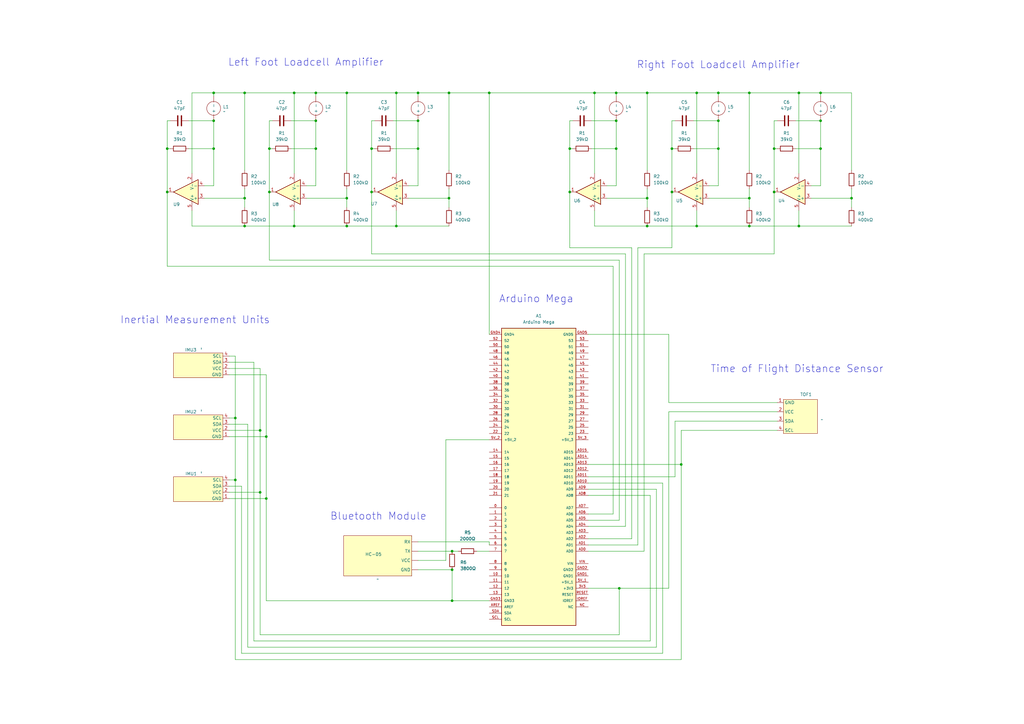
<source format=kicad_sch>
(kicad_sch (version 20250114) (generator "eeschema") (generator_version "9.0")
  (paper "A3")
  (title_block (title "Full Schematic") (date "2025-04-04") (rev "1"))
  (lib_symbols
    (symbol "Amplifier_Operational:LMH6609MF" (pin_names (offset 0.127))
      (property "Reference" "U" (at -1.27 6.35 0))
      (property "Value" "LMH6609MF" (at -1.27 3.81 0))
      (symbol "LMH6609MF_0_1"
        (polyline (pts (xy -5.08 5.08) (xy 5.08 0) (xy -5.08 -5.08) (xy -5.08 5.08)) (stroke (width 0.254)) (fill (type background)))
        (pin power_in line (at -2.54 7.62 270) (length 3.81) (name "V+") (number "5"))
        (pin power_in line (at -2.54 -7.62 90) (length 3.81) (name "V-") (number "2"))
      )
      (symbol "LMH6609MF_1_1"
        (pin input line (at -7.62 2.54 0) (length 2.54) (name "+") (number "3"))
        (pin input line (at -7.62 -2.54 0) (length 2.54) (name "-") (number "4"))
        (pin output line (at 7.62 0 180) (length 2.54) (name "~") (number "1"))
      )
    )
    (symbol "Arduino Mega:A000067" (pin_names (offset 1.016))
      (property "Reference" "A" (at -15.24 61.595 0))
      (property "Value" "A000067" (at -15.24 -63.5 0))
      (symbol "A000067_0_0"
        (rectangle (start -15.24 -60.96) (end 15.24 60.96) (stroke (width 0.254)) (fill (type background)))
        (pin passive line (at -20.32 53.34 0) (length 5.08) (name "NC") (number "NC"))
        (pin passive line (at -20.32 50.8 0) (length 5.08) (name "IOREF") (number "IOREF"))
        (pin passive line (at -20.32 48.26 0) (length 5.08) (name "RESET") (number "RESET"))
        (pin passive line (at -20.32 45.72 0) (length 5.08) (name "+3V3") (number "3V3"))
        (pin passive line (at -20.32 43.18 0) (length 5.08) (name "+5V_1") (number "5V_1"))
        (pin passive line (at -20.32 40.64 0) (length 5.08) (name "GND1") (number "GND1"))
        (pin passive line (at -20.32 38.1 0) (length 5.08) (name "GND2") (number "GND2"))
        (pin passive line (at -20.32 35.56 0) (length 5.08) (name "VIN") (number "VIN"))
        (pin passive line (at -20.32 30.48 0) (length 5.08) (name "AD0") (number "AD0"))
        (pin passive line (at -20.32 27.94 0) (length 5.08) (name "AD1") (number "AD1"))
        (pin passive line (at -20.32 25.4 0) (length 5.08) (name "AD2") (number "AD2"))
        (pin passive line (at -20.32 22.86 0) (length 5.08) (name "AD3") (number "AD3"))
        (pin passive line (at -20.32 20.32 0) (length 5.08) (name "AD4") (number "AD4"))
        (pin passive line (at -20.32 17.78 0) (length 5.08) (name "AD5") (number "AD5"))
        (pin passive line (at -20.32 15.24 0) (length 5.08) (name "AD6") (number "AD6"))
        (pin passive line (at -20.32 12.7 0) (length 5.08) (name "AD7") (number "AD7"))
        (pin passive line (at -20.32 7.62 0) (length 5.08) (name "AD8") (number "AD8"))
        (pin passive line (at -20.32 5.08 0) (length 5.08) (name "AD9") (number "AD9"))
        (pin passive line (at -20.32 2.54 0) (length 5.08) (name "AD10") (number "AD10"))
        (pin passive line (at -20.32 0 0) (length 5.08) (name "AD11") (number "AD11"))
        (pin passive line (at -20.32 -2.54 0) (length 5.08) (name "AD12") (number "AD12"))
        (pin passive line (at -20.32 -5.08 0) (length 5.08) (name "AD13") (number "AD13"))
        (pin passive line (at -20.32 -7.62 0) (length 5.08) (name "AD14") (number "AD14"))
        (pin passive line (at -20.32 -10.16 0) (length 5.08) (name "AD15") (number "AD15"))
        (pin passive line (at -20.32 -15.24 0) (length 5.08) (name "+5V_3") (number "5V_3"))
        (pin passive line (at -20.32 -17.78 0) (length 5.08) (name "23") (number "23"))
        (pin passive line (at -20.32 -20.32 0) (length 5.08) (name "25") (number "25"))
        (pin passive line (at -20.32 -22.86 0) (length 5.08) (name "27") (number "27"))
        (pin passive line (at -20.32 -25.4 0) (length 5.08) (name "29") (number "29"))
        (pin passive line (at -20.32 -27.94 0) (length 5.08) (name "31") (number "31"))
        (pin passive line (at -20.32 -30.48 0) (length 5.08) (name "33") (number "33"))
        (pin passive line (at -20.32 -33.02 0) (length 5.08) (name "35") (number "35"))
        (pin passive line (at -20.32 -35.56 0) (length 5.08) (name "37") (number "37"))
        (pin passive line (at -20.32 -38.1 0) (length 5.08) (name "39") (number "39"))
        (pin passive line (at -20.32 -40.64 0) (length 5.08) (name "41") (number "41"))
        (pin passive line (at -20.32 -43.18 0) (length 5.08) (name "43") (number "43"))
        (pin passive line (at -20.32 -45.72 0) (length 5.08) (name "45") (number "45"))
        (pin passive line (at -20.32 -48.26 0) (length 5.08) (name "47") (number "47"))
        (pin passive line (at -20.32 -50.8 0) (length 5.08) (name "49") (number "49"))
        (pin passive line (at -20.32 -53.34 0) (length 5.08) (name "51") (number "51"))
        (pin passive line (at -20.32 -55.88 0) (length 5.08) (name "53") (number "53"))
        (pin passive line (at -20.32 -58.42 0) (length 5.08) (name "GND5") (number "GND5"))
        (pin passive line (at 20.32 58.42 180) (length 5.08) (name "SCL") (number "SCL"))
        (pin passive line (at 20.32 55.88 180) (length 5.08) (name "SDA") (number "SDA"))
        (pin passive line (at 20.32 53.34 180) (length 5.08) (name "AREF") (number "AREF"))
        (pin passive line (at 20.32 50.8 180) (length 5.08) (name "GND3") (number "GND3"))
        (pin passive line (at 20.32 48.26 180) (length 5.08) (name "13") (number "13"))
        (pin passive line (at 20.32 45.72 180) (length 5.08) (name "12") (number "12"))
        (pin passive line (at 20.32 43.18 180) (length 5.08) (name "11") (number "11"))
        (pin passive line (at 20.32 40.64 180) (length 5.08) (name "10") (number "10"))
        (pin passive line (at 20.32 38.1 180) (length 5.08) (name "9") (number "9"))
        (pin passive line (at 20.32 35.56 180) (length 5.08) (name "8") (number "8"))
        (pin passive line (at 20.32 30.48 180) (length 5.08) (name "7") (number "7"))
        (pin passive line (at 20.32 27.94 180) (length 5.08) (name "6") (number "6"))
        (pin passive line (at 20.32 25.4 180) (length 5.08) (name "5") (number "5"))
        (pin passive line (at 20.32 22.86 180) (length 5.08) (name "4") (number "4"))
        (pin passive line (at 20.32 20.32 180) (length 5.08) (name "3") (number "3"))
        (pin passive line (at 20.32 17.78 180) (length 5.08) (name "2") (number "2"))
        (pin passive line (at 20.32 15.24 180) (length 5.08) (name "1") (number "1"))
        (pin passive line (at 20.32 12.7 180) (length 5.08) (name "0") (number "0"))
        (pin passive line (at 20.32 7.62 180) (length 5.08) (name "21") (number "21"))
        (pin passive line (at 20.32 5.08 180) (length 5.08) (name "20") (number "20"))
        (pin passive line (at 20.32 2.54 180) (length 5.08) (name "19") (number "19"))
        (pin passive line (at 20.32 0 180) (length 5.08) (name "18") (number "18"))
        (pin passive line (at 20.32 -2.54 180) (length 5.08) (name "17") (number "17"))
        (pin passive line (at 20.32 -5.08 180) (length 5.08) (name "16") (number "16"))
        (pin passive line (at 20.32 -7.62 180) (length 5.08) (name "15") (number "15"))
        (pin passive line (at 20.32 -10.16 180) (length 5.08) (name "14") (number "14"))
        (pin passive line (at 20.32 -15.24 180) (length 5.08) (name "+5V_2") (number "5V_2"))
        (pin passive line (at 20.32 -17.78 180) (length 5.08) (name "22") (number "22"))
        (pin passive line (at 20.32 -20.32 180) (length 5.08) (name "24") (number "24"))
        (pin passive line (at 20.32 -22.86 180) (length 5.08) (name "26") (number "26"))
        (pin passive line (at 20.32 -25.4 180) (length 5.08) (name "28") (number "28"))
        (pin passive line (at 20.32 -27.94 180) (length 5.08) (name "30") (number "30"))
        (pin passive line (at 20.32 -30.48 180) (length 5.08) (name "32") (number "32"))
        (pin passive line (at 20.32 -33.02 180) (length 5.08) (name "34") (number "34"))
        (pin passive line (at 20.32 -35.56 180) (length 5.08) (name "36") (number "36"))
        (pin passive line (at 20.32 -38.1 180) (length 5.08) (name "38") (number "38"))
        (pin passive line (at 20.32 -40.64 180) (length 5.08) (name "40") (number "40"))
        (pin passive line (at 20.32 -43.18 180) (length 5.08) (name "42") (number "42"))
        (pin passive line (at 20.32 -45.72 180) (length 5.08) (name "44") (number "44"))
        (pin passive line (at 20.32 -48.26 180) (length 5.08) (name "46") (number "46"))
        (pin passive line (at 20.32 -50.8 180) (length 5.08) (name "48") (number "48"))
        (pin passive line (at 20.32 -53.34 180) (length 5.08) (name "50") (number "50"))
        (pin passive line (at 20.32 -55.88 180) (length 5.08) (name "52") (number "52"))
        (pin passive line (at 20.32 -58.42 180) (length 5.08) (name "GND4") (number "GND4"))
      )
    )
    (symbol "Device:C" (pin_numbers (hide yes)) (pin_names (offset 0.254))
      (property "Reference" "C" (at 0.635 2.54 0))
      (property "Value" "C" (at 0.635 -2.54 0))
      (symbol "C_0_1"
        (polyline (pts (xy -2.032 0.762) (xy 2.032 0.762)) (stroke (width 0.508)))
        (polyline (pts (xy -2.032 -0.762) (xy 2.032 -0.762)) (stroke (width 0.508)))
      )
      (symbol "C_1_1"
        (pin passive line (at 0 3.81 270) (length 2.794) (name "~") (number "1"))
        (pin passive line (at 0 -3.81 90) (length 2.794) (name "~") (number "2"))
      )
    )
    (symbol "Device:R" (pin_numbers (hide yes)) (pin_names (offset 0))
      (property "Reference" "R" (at 2.032 0 90))
      (property "Value" "R" (at 0 0 90))
      (symbol "R_0_1"
        (rectangle (start -1.016 -2.54) (end 1.016 2.54) (stroke (width 0.254)))
      )
      (symbol "R_1_1"
        (pin passive line (at 0 3.81 270) (length 1.27) (name "~") (number "1"))
        (pin passive line (at 0 -3.81 90) (length 1.27) (name "~") (number "2"))
      )
    )
    (symbol "ProjectSymbols:Bluetooth_Module_HC-05"
      (property "Reference" "HC-05" (at -0.762 -1.778 0))
      (symbol "Bluetooth_Module_HC-05_1_1"
        (rectangle (start -8.89 12.7) (end 7.62 -15.24) (fill (type background)))
        (pin passive line (at -6.35 -17.78 90) (length 2.54) (name "RX") (number ""))
        (pin passive line (at -2.54 -17.78 90) (length 2.54) (name "TX") (number ""))
        (pin power_in line (at 1.27 -17.78 90) (length 2.54) (name "VCC") (number ""))
        (pin passive line (at 5.08 -17.78 90) (length 2.54) (name "GND") (number ""))
      )
    )
    (symbol "ProjectSymbols:Grove IMU 9DOF"
      (property "Reference" "IMU" (at 0 2.794 0))
      (symbol "Grove IMU 9DOF_1_1"
        (rectangle (start -5.08 10.16) (end 5.08 -10.16) (fill (type background)))
        (pin passive line (at -3.81 -12.7 90) (length 2.54) (name "GND") (number "1"))
        (pin power_in line (at -1.27 -12.7 90) (length 2.54) (name "VCC") (number "2"))
        (pin output line (at 1.27 -12.7 90) (length 2.54) (name "SDA") (number "3"))
        (pin input line (at 3.81 -12.7 90) (length 2.54) (name "SCL") (number "4"))
      )
    )
    (symbol "ProjectSymbols:Time_of_Flight_Distance_Sensor_VL53L0X"
      (property "Reference" "TOF" (at 0.508 0.762 0))
      (symbol "Time_of_Flight_Distance_Sensor_VL53L0X_1_1"
        (rectangle (start -6.35 7.62) (end 7.62 -6.35) (fill (type background)))
        (pin passive line (at -5.08 -8.89 90) (length 2.54) (name "GND") (number "1"))
        (pin power_in line (at -1.27 -8.89 90) (length 2.54) (name "VCC") (number "2"))
        (pin output line (at 2.54 -8.89 90) (length 2.54) (name "SDA") (number "3"))
        (pin input line (at 6.35 -8.89 90) (length 2.54) (name "SCL") (number "4"))
      )
    )
    (symbol "Strain Gauge A301-25_1"
      (property "Reference" "L" (at -1.27 0 0))
      (symbol "Strain Gauge A301-25_1_0_1"
        (circle (center 0 0) (radius 2.8398))
      )
      (symbol "Strain Gauge A301-25_1_1_1"
        (pin passive line (at 0 5.08 270) (length 2.54) (name "-") (number ""))
        (pin passive line (at 0 -5.08 90) (length 2.54) (name "+") (number ""))
      )
    )
    (symbol "Strain Gauge A301-25_2"
      (property "Reference" "L" (at -1.27 0 0))
      (symbol "Strain Gauge A301-25_2_0_1"
        (circle (center 0 0) (radius 2.8398))
      )
      (symbol "Strain Gauge A301-25_2_1_1"
        (pin passive line (at 0 5.08 270) (length 2.54) (name "-") (number ""))
        (pin passive line (at 0 -5.08 90) (length 2.54) (name "+") (number ""))
      )
    )
    (symbol "Strain Gauge A301-25_3"
      (property "Reference" "L" (at -1.27 0 0))
      (symbol "Strain Gauge A301-25_3_0_1"
        (circle (center 0 0) (radius 2.8398))
      )
      (symbol "Strain Gauge A301-25_3_1_1"
        (pin passive line (at 0 5.08 270) (length 2.54) (name "-") (number ""))
        (pin passive line (at 0 -5.08 90) (length 2.54) (name "+") (number ""))
      )
    )
    (symbol "Strain Gauge A301-25_4"
      (property "Reference" "L" (at -1.27 0 0))
      (symbol "Strain Gauge A301-25_4_0_1"
        (circle (center 0 0) (radius 2.8398))
      )
      (symbol "Strain Gauge A301-25_4_1_1"
        (pin passive line (at 0 5.08 270) (length 2.54) (name "-") (number ""))
        (pin passive line (at 0 -5.08 90) (length 2.54) (name "+") (number ""))
      )
    )
    (symbol "Strain Gauge A301-25_5"
      (property "Reference" "L" (at -1.27 0 0))
      (symbol "Strain Gauge A301-25_5_0_1"
        (circle (center 0 0) (radius 2.8398))
      )
      (symbol "Strain Gauge A301-25_5_1_1"
        (pin passive line (at 0 5.08 270) (length 2.54) (name "-") (number ""))
        (pin passive line (at 0 -5.08 90) (length 2.54) (name "+") (number ""))
      )
    )
    (symbol "Strain Gauge A301-25_6"
      (property "Reference" "L" (at -1.27 0 0))
      (symbol "Strain Gauge A301-25_6_0_1"
        (circle (center 0 0) (radius 2.8398))
      )
      (symbol "Strain Gauge A301-25_6_1_1"
        (pin passive line (at 0 5.08 270) (length 2.54) (name "-") (number ""))
        (pin passive line (at 0 -5.08 90) (length 2.54) (name "+") (number ""))
      )
    )
  )
  (text "Time of Flight Distance Sensor" (at 326.898 151.384 0) (effects (font (size 3 3))))
  (text "Arduino Mega" (at 219.964 122.682 0) (effects (font (size 3 3))))
  (text "Bluetooth Module" (at 155.194 211.836 0) (effects (font (size 3 3))))
  (text "Inertial Measurement Units" (at 80.01 131.318 0) (effects (font (size 3 3))))
  (text "Right Foot Loadcell Amplifier" (at 294.64 26.67 0) (effects (font (size 3 3))))
  (text "Left Foot Loadcell Amplifier" (at 125.476 25.654 0) (effects (font (size 3 3))))
  (junction (at 129.54 60.96))
  (junction (at 100.33 38.1))
  (junction (at 185.42 226.06))
  (junction (at 110.49 60.96))
  (junction (at 171.45 60.96))
  (junction (at 252.73 38.1))
  (junction (at 162.56 92.71))
  (junction (at 129.54 49.53))
  (junction (at 317.5 78.74))
  (junction (at 336.55 49.53))
  (junction (at 307.34 38.1))
  (junction (at 152.4 60.96))
  (junction (at 265.43 38.1))
  (junction (at 327.66 92.71))
  (junction (at 87.63 49.53))
  (junction (at 162.56 38.1))
  (junction (at 349.25 81.28))
  (junction (at 171.45 49.53))
  (junction (at 87.63 38.1))
  (junction (at 294.64 38.1))
  (junction (at 106.68 176.53))
  (junction (at 68.58 60.96))
  (junction (at 200.66 38.1))
  (junction (at 96.52 171.45))
  (junction (at 336.55 60.96))
  (junction (at 317.5 60.96))
  (junction (at 142.24 81.28))
  (junction (at 285.75 92.71))
  (junction (at 275.59 60.96))
  (junction (at 142.24 38.1))
  (junction (at 254 241.3))
  (junction (at 279.4 190.5))
  (junction (at 120.65 92.71))
  (junction (at 171.45 38.1))
  (junction (at 110.49 78.74))
  (junction (at 152.4 78.74))
  (junction (at 185.42 246.38))
  (junction (at 106.68 201.93))
  (junction (at 294.64 60.96))
  (junction (at 307.34 81.28))
  (junction (at 184.15 38.1))
  (junction (at 129.54 38.1))
  (junction (at 336.55 38.1))
  (junction (at 252.73 60.96))
  (junction (at 294.64 49.53))
  (junction (at 184.15 81.28))
  (junction (at 275.59 78.74))
  (junction (at 120.65 38.1))
  (junction (at 142.24 92.71))
  (junction (at 243.84 38.1))
  (junction (at 265.43 81.28))
  (junction (at 285.75 38.1))
  (junction (at 307.34 92.71))
  (junction (at 87.63 60.96))
  (junction (at 265.43 92.71))
  (junction (at 109.22 179.07))
  (junction (at 109.22 204.47))
  (junction (at 68.58 78.74))
  (junction (at 233.68 60.96))
  (junction (at 100.33 81.28))
  (junction (at 100.33 92.71))
  (junction (at 185.42 233.68))
  (junction (at 252.73 49.53))
  (junction (at 96.52 196.85))
  (junction (at 327.66 38.1))
  (junction (at 233.68 78.74))
  (wire (pts (xy 171.45 222.25) (xy 200.66 222.25)))
  (wire (pts (xy 243.84 92.71) (xy 265.43 92.71)))
  (wire (pts (xy 327.66 71.12) (xy 327.66 38.1)))
  (wire (pts (xy 120.65 71.12) (xy 120.65 38.1)))
  (wire (pts (xy 171.45 60.96) (xy 161.29 60.96)))
  (wire (pts (xy 307.34 81.28) (xy 307.34 77.47)))
  (wire (pts (xy 78.74 92.71) (xy 100.33 92.71)))
  (wire (pts (xy 254 241.3) (xy 254 260.35)))
  (wire (pts (xy 274.32 168.91) (xy 274.32 241.3)))
  (wire (pts (xy 275.59 101.6) (xy 275.59 78.74)))
  (wire (pts (xy 349.25 81.28) (xy 349.25 77.47)))
  (wire (pts (xy 185.42 233.68) (xy 185.42 246.38)))
  (wire (pts (xy 336.55 38.1) (xy 336.55 39.37)))
  (wire (pts (xy 318.77 60.96) (xy 317.5 60.96)))
  (wire (pts (xy 349.25 69.85) (xy 349.25 38.1)))
  (wire (pts (xy 234.95 60.96) (xy 233.68 60.96)))
  (wire (pts (xy 111.76 60.96) (xy 110.49 60.96)))
  (wire (pts (xy 96.52 196.85) (xy 96.52 270.51)))
  (wire (pts (xy 99.06 199.39) (xy 99.06 267.97)))
  (wire (pts (xy 327.66 38.1) (xy 307.34 38.1)))
  (wire (pts (xy 171.45 38.1) (xy 184.15 38.1)))
  (wire (pts (xy 254 213.36) (xy 254 106.68)))
  (wire (pts (xy 129.54 60.96) (xy 119.38 60.96)))
  (wire (pts (xy 285.75 92.71) (xy 307.34 92.71)))
  (wire (pts (xy 279.4 176.53) (xy 318.77 176.53)))
  (wire (pts (xy 110.49 78.74) (xy 110.49 60.96)))
  (wire (pts (xy 162.56 38.1) (xy 142.24 38.1)))
  (wire (pts (xy 109.22 204.47) (xy 109.22 246.38)))
  (wire (pts (xy 200.66 222.25) (xy 200.66 223.52)))
  (wire (pts (xy 318.77 172.72) (xy 276.86 172.72)))
  (wire (pts (xy 96.52 270.51) (xy 279.4 270.51)))
  (wire (pts (xy 106.68 201.93) (xy 93.98 201.93)))
  (wire (pts (xy 326.39 49.53) (xy 336.55 49.53)))
  (wire (pts (xy 100.33 81.28) (xy 100.33 77.47)))
  (wire (pts (xy 276.86 60.96) (xy 275.59 60.96)))
  (wire (pts (xy 171.45 229.87) (xy 182.88 229.87)))
  (wire (pts (xy 171.45 38.1) (xy 171.45 39.37)))
  (wire (pts (xy 349.25 81.28) (xy 332.74 81.28)))
  (wire (pts (xy 129.54 38.1) (xy 129.54 39.37)))
  (wire (pts (xy 162.56 38.1) (xy 171.45 38.1)))
  (wire (pts (xy 279.4 190.5) (xy 279.4 176.53)))
  (wire (pts (xy 307.34 69.85) (xy 307.34 38.1)))
  (wire (pts (xy 271.78 198.12) (xy 241.3 198.12)))
  (wire (pts (xy 234.95 49.53) (xy 233.68 49.53)))
  (wire (pts (xy 276.86 195.58) (xy 241.3 195.58)))
  (wire (pts (xy 243.84 38.1) (xy 252.73 38.1)))
  (wire (pts (xy 93.98 171.45) (xy 96.52 171.45)))
  (wire (pts (xy 269.24 200.66) (xy 241.3 200.66)))
  (wire (pts (xy 265.43 69.85) (xy 265.43 38.1)))
  (wire (pts (xy 294.64 49.53) (xy 294.64 60.96)))
  (wire (pts (xy 120.65 38.1) (xy 129.54 38.1)))
  (wire (pts (xy 120.65 92.71) (xy 100.33 92.71)))
  (wire (pts (xy 171.45 60.96) (xy 171.45 49.53)))
  (wire (pts (xy 261.62 223.52) (xy 261.62 101.6)))
  (wire (pts (xy 242.57 49.53) (xy 252.73 49.53)))
  (wire (pts (xy 336.55 38.1) (xy 349.25 38.1)))
  (wire (pts (xy 110.49 106.68) (xy 110.49 78.74)))
  (wire (pts (xy 261.62 101.6) (xy 275.59 101.6)))
  (wire (pts (xy 276.86 49.53) (xy 275.59 49.53)))
  (wire (pts (xy 243.84 71.12) (xy 243.84 38.1)))
  (wire (pts (xy 93.98 151.13) (xy 106.68 151.13)))
  (wire (pts (xy 252.73 60.96) (xy 242.57 60.96)))
  (wire (pts (xy 241.3 215.9) (xy 256.54 215.9)))
  (wire (pts (xy 69.85 49.53) (xy 68.58 49.53)))
  (wire (pts (xy 96.52 171.45) (xy 96.52 196.85)))
  (wire (pts (xy 182.88 229.87) (xy 182.88 180.34)))
  (wire (pts (xy 252.73 76.2) (xy 248.92 76.2)))
  (wire (pts (xy 274.32 168.91) (xy 318.77 168.91)))
  (wire (pts (xy 93.98 176.53) (xy 106.68 176.53)))
  (wire (pts (xy 251.46 210.82) (xy 251.46 109.22)))
  (wire (pts (xy 317.5 104.14) (xy 317.5 78.74)))
  (wire (pts (xy 96.52 196.85) (xy 93.98 196.85)))
  (wire (pts (xy 106.68 151.13) (xy 106.68 176.53)))
  (wire (pts (xy 162.56 92.71) (xy 142.24 92.71)))
  (wire (pts (xy 294.64 76.2) (xy 290.83 76.2)))
  (wire (pts (xy 153.67 49.53) (xy 152.4 49.53)))
  (wire (pts (xy 264.16 104.14) (xy 317.5 104.14)))
  (wire (pts (xy 69.85 60.96) (xy 68.58 60.96)))
  (wire (pts (xy 129.54 49.53) (xy 129.54 60.96)))
  (wire (pts (xy 254 106.68) (xy 110.49 106.68)))
  (wire (pts (xy 200.66 38.1) (xy 243.84 38.1)))
  (wire (pts (xy 307.34 81.28) (xy 290.83 81.28)))
  (wire (pts (xy 171.45 226.06) (xy 185.42 226.06)))
  (wire (pts (xy 129.54 38.1) (xy 142.24 38.1)))
  (wire (pts (xy 101.6 265.43) (xy 269.24 265.43)))
  (wire (pts (xy 109.22 153.67) (xy 109.22 179.07)))
  (wire (pts (xy 284.48 49.53) (xy 294.64 49.53)))
  (wire (pts (xy 275.59 60.96) (xy 275.59 49.53)))
  (wire (pts (xy 252.73 76.2) (xy 252.73 60.96)))
  (wire (pts (xy 336.55 76.2) (xy 332.74 76.2)))
  (wire (pts (xy 184.15 38.1) (xy 200.66 38.1)))
  (wire (pts (xy 87.63 38.1) (xy 100.33 38.1)))
  (wire (pts (xy 171.45 76.2) (xy 167.64 76.2)))
  (wire (pts (xy 241.3 210.82) (xy 251.46 210.82)))
  (wire (pts (xy 233.68 60.96) (xy 233.68 49.53)))
  (wire (pts (xy 77.47 49.53) (xy 87.63 49.53)))
  (wire (pts (xy 120.65 86.36) (xy 120.65 92.71)))
  (wire (pts (xy 241.3 223.52) (xy 261.62 223.52)))
  (wire (pts (xy 104.14 148.59) (xy 104.14 262.89)))
  (wire (pts (xy 78.74 86.36) (xy 78.74 92.71)))
  (wire (pts (xy 185.42 246.38) (xy 200.66 246.38)))
  (wire (pts (xy 87.63 49.53) (xy 87.63 60.96)))
  (wire (pts (xy 100.33 69.85) (xy 100.33 38.1)))
  (wire (pts (xy 256.54 104.14) (xy 152.4 104.14)))
  (wire (pts (xy 285.75 86.36) (xy 285.75 92.71)))
  (wire (pts (xy 251.46 109.22) (xy 68.58 109.22)))
  (wire (pts (xy 142.24 81.28) (xy 125.73 81.28)))
  (wire (pts (xy 294.64 60.96) (xy 284.48 60.96)))
  (wire (pts (xy 285.75 92.71) (xy 265.43 92.71)))
  (wire (pts (xy 285.75 38.1) (xy 294.64 38.1)))
  (wire (pts (xy 93.98 153.67) (xy 109.22 153.67)))
  (wire (pts (xy 241.3 190.5) (xy 279.4 190.5)))
  (wire (pts (xy 93.98 173.99) (xy 101.6 173.99)))
  (wire (pts (xy 317.5 78.74) (xy 317.5 60.96)))
  (wire (pts (xy 276.86 172.72) (xy 276.86 195.58)))
  (wire (pts (xy 279.4 270.51) (xy 279.4 190.5)))
  (wire (pts (xy 87.63 38.1) (xy 87.63 39.37)))
  (wire (pts (xy 111.76 49.53) (xy 110.49 49.53)))
  (wire (pts (xy 274.32 241.3) (xy 254 241.3)))
  (wire (pts (xy 78.74 71.12) (xy 78.74 38.1)))
  (wire (pts (xy 241.3 213.36) (xy 254 213.36)))
  (wire (pts (xy 285.75 71.12) (xy 285.75 38.1)))
  (wire (pts (xy 87.63 76.2) (xy 83.82 76.2)))
  (wire (pts (xy 269.24 265.43) (xy 269.24 200.66)))
  (wire (pts (xy 129.54 76.2) (xy 125.73 76.2)))
  (wire (pts (xy 109.22 246.38) (xy 185.42 246.38)))
  (wire (pts (xy 318.77 165.1) (xy 274.32 165.1)))
  (wire (pts (xy 259.08 101.6) (xy 233.68 101.6)))
  (wire (pts (xy 184.15 69.85) (xy 184.15 38.1)))
  (wire (pts (xy 200.66 137.16) (xy 200.66 38.1)))
  (wire (pts (xy 233.68 101.6) (xy 233.68 78.74)))
  (wire (pts (xy 68.58 60.96) (xy 68.58 49.53)))
  (wire (pts (xy 241.3 241.3) (xy 254 241.3)))
  (wire (pts (xy 327.66 92.71) (xy 349.25 92.71)))
  (wire (pts (xy 254 260.35) (xy 106.68 260.35)))
  (wire (pts (xy 119.38 49.53) (xy 129.54 49.53)))
  (wire (pts (xy 142.24 81.28) (xy 142.24 77.47)))
  (wire (pts (xy 162.56 71.12) (xy 162.56 38.1)))
  (wire (pts (xy 318.77 49.53) (xy 317.5 49.53)))
  (wire (pts (xy 87.63 76.2) (xy 87.63 60.96)))
  (wire (pts (xy 68.58 109.22) (xy 68.58 78.74)))
  (wire (pts (xy 120.65 92.71) (xy 142.24 92.71)))
  (wire (pts (xy 265.43 85.09) (xy 265.43 81.28)))
  (wire (pts (xy 336.55 76.2) (xy 336.55 60.96)))
  (wire (pts (xy 93.98 204.47) (xy 109.22 204.47)))
  (wire (pts (xy 259.08 220.98) (xy 259.08 101.6)))
  (wire (pts (xy 307.34 85.09) (xy 307.34 81.28)))
  (wire (pts (xy 184.15 81.28) (xy 184.15 77.47)))
  (wire (pts (xy 93.98 146.05) (xy 96.52 146.05)))
  (wire (pts (xy 252.73 38.1) (xy 265.43 38.1)))
  (wire (pts (xy 182.88 180.34) (xy 200.66 180.34)))
  (wire (pts (xy 185.42 226.06) (xy 187.96 226.06)))
  (wire (pts (xy 266.7 203.2) (xy 241.3 203.2)))
  (wire (pts (xy 93.98 179.07) (xy 109.22 179.07)))
  (wire (pts (xy 241.3 220.98) (xy 259.08 220.98)))
  (wire (pts (xy 252.73 38.1) (xy 252.73 39.37)))
  (wire (pts (xy 162.56 92.71) (xy 184.15 92.71)))
  (wire (pts (xy 129.54 76.2) (xy 129.54 60.96)))
  (wire (pts (xy 349.25 85.09) (xy 349.25 81.28)))
  (wire (pts (xy 110.49 60.96) (xy 110.49 49.53)))
  (wire (pts (xy 336.55 60.96) (xy 336.55 49.53)))
  (wire (pts (xy 162.56 86.36) (xy 162.56 92.71)))
  (wire (pts (xy 152.4 104.14) (xy 152.4 78.74)))
  (wire (pts (xy 100.33 81.28) (xy 83.82 81.28)))
  (wire (pts (xy 106.68 176.53) (xy 106.68 201.93)))
  (wire (pts (xy 104.14 262.89) (xy 266.7 262.89)))
  (wire (pts (xy 271.78 267.97) (xy 271.78 198.12)))
  (wire (pts (xy 68.58 78.74) (xy 68.58 60.96)))
  (wire (pts (xy 195.58 226.06) (xy 200.66 226.06)))
  (wire (pts (xy 161.29 49.53) (xy 171.45 49.53)))
  (wire (pts (xy 294.64 38.1) (xy 294.64 39.37)))
  (wire (pts (xy 243.84 86.36) (xy 243.84 92.71)))
  (wire (pts (xy 317.5 60.96) (xy 317.5 49.53)))
  (wire (pts (xy 120.65 38.1) (xy 100.33 38.1)))
  (wire (pts (xy 327.66 38.1) (xy 336.55 38.1)))
  (wire (pts (xy 96.52 146.05) (xy 96.52 171.45)))
  (wire (pts (xy 265.43 81.28) (xy 265.43 77.47)))
  (wire (pts (xy 99.06 267.97) (xy 271.78 267.97)))
  (wire (pts (xy 142.24 85.09) (xy 142.24 81.28)))
  (wire (pts (xy 266.7 262.89) (xy 266.7 203.2)))
  (wire (pts (xy 274.32 165.1) (xy 274.32 137.16)))
  (wire (pts (xy 93.98 199.39) (xy 99.06 199.39)))
  (wire (pts (xy 184.15 81.28) (xy 167.64 81.28)))
  (wire (pts (xy 264.16 226.06) (xy 264.16 104.14)))
  (wire (pts (xy 252.73 49.53) (xy 252.73 60.96)))
  (wire (pts (xy 327.66 86.36) (xy 327.66 92.71)))
  (wire (pts (xy 275.59 78.74) (xy 275.59 60.96)))
  (wire (pts (xy 241.3 226.06) (xy 264.16 226.06)))
  (wire (pts (xy 106.68 260.35) (xy 106.68 201.93)))
  (wire (pts (xy 336.55 60.96) (xy 326.39 60.96)))
  (wire (pts (xy 294.64 76.2) (xy 294.64 60.96)))
  (wire (pts (xy 152.4 78.74) (xy 152.4 60.96)))
  (wire (pts (xy 184.15 85.09) (xy 184.15 81.28)))
  (wire (pts (xy 274.32 137.16) (xy 241.3 137.16)))
  (wire (pts (xy 152.4 60.96) (xy 152.4 49.53)))
  (wire (pts (xy 285.75 38.1) (xy 265.43 38.1)))
  (wire (pts (xy 265.43 81.28) (xy 248.92 81.28)))
  (wire (pts (xy 171.45 233.68) (xy 185.42 233.68)))
  (wire (pts (xy 109.22 179.07) (xy 109.22 204.47)))
  (wire (pts (xy 100.33 85.09) (xy 100.33 81.28)))
  (wire (pts (xy 327.66 92.71) (xy 307.34 92.71)))
  (wire (pts (xy 256.54 215.9) (xy 256.54 104.14)))
  (wire (pts (xy 142.24 69.85) (xy 142.24 38.1)))
  (wire (pts (xy 78.74 38.1) (xy 87.63 38.1)))
  (wire (pts (xy 93.98 148.59) (xy 104.14 148.59)))
  (wire (pts (xy 171.45 76.2) (xy 171.45 60.96)))
  (wire (pts (xy 294.64 38.1) (xy 307.34 38.1)))
  (wire (pts (xy 153.67 60.96) (xy 152.4 60.96)))
  (wire (pts (xy 101.6 173.99) (xy 101.6 265.43)))
  (wire (pts (xy 87.63 60.96) (xy 77.47 60.96)))
  (wire (pts (xy 233.68 78.74) (xy 233.68 60.96)))
  (symbol (lib_id "Device:R") (at 100.33 73.66 180) (unit 1)
    (property "Reference" "R2" (at 102.87 72.3899 0) (effects (justify right)))
    (property "Value" "100kΩ" (at 102.87 74.9299 0) (effects (justify right)))
    (property "Footprint" "Resistor_THT:R_Axial_DIN0204_L3.6mm_D1.6mm_P5.08mm_Horizontal" (effects (hide yes)))
    (property "Description" "Resistor" (effects (hide yes)))
  )
  (symbol (lib_id "Amplifier_Operational:LMH6609MF") (at 325.12 78.74 180) (unit 1)
    (property "Reference" "U4" (at 320.548 82.296 0))
    (property "Value" "LMH6609MF" (effects (hide yes)))
    (property "Footprint" "Package_TO_SOT_SMD:SOT-23-5" (effects (hide yes)))
    (property "Datasheet" "http://www.ti.com/lit/ds/symlink/lmh6609.pdf" (effects (hide yes)))
    (property "Description" "900MHz Voltage Feedback Op Amp, SOT-23-5" (effects (hide yes)))
  )
  (symbol (lib_id "Device:C") (at 115.57 49.53 270) (unit 1)
    (property "Reference" "C2" (at 115.57 41.91 90))
    (property "Value" "47pF" (at 115.57 44.45 90))
    (property "Footprint" "Capacitor_SMD:C_0402_1005Metric" (effects (hide yes)))
    (property "Description" "Unpolarized capacitor" (effects (hide yes)))
  )
  (symbol (lib_id "Device:R") (at 307.34 73.66 180) (unit 1)
    (property "Reference" "R2" (at 309.88 72.3899 0) (effects (justify right)))
    (property "Value" "100kΩ" (at 309.88 74.9299 0) (effects (justify right)))
    (property "Footprint" "Resistor_THT:R_Axial_DIN0204_L3.6mm_D1.6mm_P5.08mm_Horizontal" (effects (hide yes)))
    (property "Description" "Resistor" (effects (hide yes)))
  )
  (symbol (lib_id "Device:R") (at 307.34 88.9 180) (unit 1)
    (property "Reference" "R3" (at 309.88 87.6299 0) (effects (justify right)))
    (property "Value" "400kΩ" (at 309.88 90.1699 0) (effects (justify right)))
    (property "Footprint" "Resistor_SMD:R_0805_2012Metric" (effects (hide yes)))
    (property "Description" "Resistor" (effects (hide yes)))
  )
  (symbol (lib_id "Device:R") (at 184.15 88.9 180) (unit 1)
    (property "Reference" "R3" (at 186.69 87.6299 0) (effects (justify right)))
    (property "Value" "400kΩ" (at 186.69 90.1699 0) (effects (justify right)))
    (property "Footprint" "Resistor_THT:R_Axial_DIN0204_L3.6mm_D1.6mm_P5.08mm_Horizontal" (effects (hide yes)))
    (property "Description" "Resistor" (effects (hide yes)))
  )
  (symbol (lib_id "Amplifier_Operational:LMH6609MF") (at 241.3 78.74 180) (unit 1)
    (property "Reference" "U6" (at 236.728 82.296 0))
    (property "Value" "LMH6609MF" (effects (hide yes)))
    (property "Footprint" "Package_TO_SOT_SMD:SOT-23-5" (effects (hide yes)))
    (property "Datasheet" "http://www.ti.com/lit/ds/symlink/lmh6609.pdf" (effects (hide yes)))
    (property "Description" "900MHz Voltage Feedback Op Amp, SOT-23-5" (effects (hide yes)))
  )
  (symbol (lib_id "Amplifier_Operational:LMH6609MF") (at 160.02 78.74 180) (unit 1)
    (property "Reference" "U7" (at 153.416 83.566 0))
    (property "Value" "LMH6609MF" (effects (hide yes)))
    (property "Footprint" "Package_TO_SOT_SMD:SOT-23-5" (effects (hide yes)))
    (property "Datasheet" "http://www.ti.com/lit/ds/symlink/lmh6609.pdf" (effects (hide yes)))
    (property "Description" "900MHz Voltage Feedback Op Amp, SOT-23-5" (effects (hide yes)))
  )
  (symbol (lib_name "Strain Gauge A301-25_5") (lib_id "ProjectSymbols:Strain Gauge A301-25") (at 294.64 44.45 0) (unit 1)
    (property "Reference" "L5" (at 298.45 43.8149 0) (effects (justify left)))
    (property "Value" "~" (at 298.45 45.72 0) (effects (justify left)))
  )
  (symbol (lib_id "Device:R") (at 349.25 73.66 180) (unit 1)
    (property "Reference" "R2" (at 351.79 72.3899 0) (effects (justify right)))
    (property "Value" "100kΩ" (at 351.79 74.9299 0) (effects (justify right)))
    (property "Footprint" "Resistor_THT:R_Axial_DIN0204_L3.6mm_D1.6mm_P5.08mm_Horizontal" (effects (hide yes)))
    (property "Description" "Resistor" (effects (hide yes)))
  )
  (symbol (lib_name "Strain Gauge A301-25_6") (lib_id "ProjectSymbols:Strain Gauge A301-25") (at 336.55 44.45 0) (unit 1)
    (property "Reference" "L6" (at 340.36 43.8149 0) (effects (justify left)))
    (property "Value" "~" (at 340.36 45.72 0) (effects (justify left)))
  )
  (symbol (lib_id "Device:R") (at 280.67 60.96 90) (unit 1)
    (property "Reference" "R1" (at 280.67 54.61 90))
    (property "Value" "39kΩ" (at 280.67 57.15 90))
    (property "Footprint" "Resistor_THT:R_Axial_DIN0204_L3.6mm_D1.6mm_P5.08mm_Horizontal" (effects (hide yes)))
    (property "Description" "Resistor" (effects (hide yes)))
  )
  (symbol (lib_id "ProjectSymbols:Grove IMU 9DOF") (at 81.28 175.26 90) (unit 1)
    (property "Reference" "IMU2" (at 80.6449 168.91 90) (effects (justify left)))
    (property "Value" "~" (at 82.55 168.91 0) (effects (justify left)))
  )
  (symbol (lib_id "Device:C") (at 238.76 49.53 270) (unit 1)
    (property "Reference" "C4" (at 238.76 41.91 90))
    (property "Value" "47pF" (at 238.76 44.45 90))
    (property "Footprint" "Capacitor_SMD:C_0402_1005Metric" (effects (hide yes)))
    (property "Description" "Unpolarized capacitor" (effects (hide yes)))
  )
  (symbol (lib_id "Device:R") (at 115.57 60.96 90) (unit 1)
    (property "Reference" "R1" (at 115.57 54.61 90))
    (property "Value" "39kΩ" (at 115.57 57.15 90))
    (property "Footprint" "Resistor_THT:R_Axial_DIN0204_L3.6mm_D1.6mm_P5.08mm_Horizontal" (effects (hide yes)))
    (property "Description" "Resistor" (effects (hide yes)))
  )
  (symbol (lib_id "Device:R") (at 191.77 226.06 90) (unit 1)
    (property "Reference" "R5" (at 191.77 218.44 90))
    (property "Value" "2000Ω" (at 191.77 220.98 90))
    (property "Footprint" "Resistor_THT:R_Axial_DIN0204_L3.6mm_D1.6mm_P5.08mm_Horizontal" (effects (hide yes)))
    (property "Description" "Resistor" (effects (hide yes)))
  )
  (symbol (lib_id "Device:R") (at 238.76 60.96 90) (unit 1)
    (property "Reference" "R1" (at 238.76 54.61 90))
    (property "Value" "39kΩ" (at 238.76 57.15 90))
    (property "Footprint" "Resistor_THT:R_Axial_DIN0204_L3.6mm_D1.6mm_P5.08mm_Horizontal" (effects (hide yes)))
    (property "Description" "Resistor" (effects (hide yes)))
  )
  (symbol (lib_id "Arduino Mega:A000067") (at 220.98 195.58 180) (unit 1)
    (property "Reference" "A1" (at 220.98 129.54 0))
    (property "Value" "Arduino Mega" (at 220.98 132.08 0))
    (property "Footprint" "A000067:ARDUINO_A000067" (effects (hide yes)))
    (property "MF" "Arduino" (effects (hide yes)))
    (property "DESCRIPTION" "Dev.kit: Arduino; SPI, TWI, UART; ICSP, USB B, pin strips, supply" (effects (hide yes)))
    (property "PACKAGE" "None" (effects (hide yes)))
    (property "PRICE" "None" (effects (hide yes)))
    (property "Package" "Non-Standard Arduino" (effects (hide yes)))
    (property "Check_prices" "https://www.snapeda.com/parts/Arduino%20Mega%202560%20Rev3/Arduino/view-part/?ref=eda" (effects (hide yes)))
    (property "Price" "None" (effects (hide yes)))
    (property "SnapEDA_Link" "https://www.snapeda.com/parts/Arduino%20Mega%202560%20Rev3/Arduino/view-part/?ref=snap" (effects (hide yes)))
    (property "MP" "Arduino Mega 2560 Rev3" (effects (hide yes)))
    (property "Availability" "Not in stock" (effects (hide yes)))
    (property "AVAILABILITY" "Unavailable" (effects (hide yes)))
    (property "Description_1" "8-bit board with 54 digital pins, 16 analog inputs, and 4 serial ports." (effects (hide yes)))
  )
  (symbol (lib_id "Amplifier_Operational:LMH6609MF") (at 76.2 78.74 180) (unit 1)
    (property "Reference" "U9" (at 72.39 83.82 0))
    (property "Value" "LMH6609MF" (effects (hide yes)))
    (property "Footprint" "Package_TO_SOT_SMD:SOT-23-5" (effects (hide yes)))
    (property "Datasheet" "http://www.ti.com/lit/ds/symlink/lmh6609.pdf" (effects (hide yes)))
    (property "Description" "900MHz Voltage Feedback Op Amp, SOT-23-5" (effects (hide yes)))
  )
  (symbol (lib_id "Device:R") (at 349.25 88.9 180) (unit 1)
    (property "Reference" "R3" (at 351.79 87.6299 0) (effects (justify right)))
    (property "Value" "400kΩ" (at 351.79 90.1699 0) (effects (justify right)))
    (property "Footprint" "Resistor_THT:R_Axial_DIN0204_L3.6mm_D1.6mm_P5.08mm_Horizontal" (effects (hide yes)))
    (property "Description" "Resistor" (effects (hide yes)))
  )
  (symbol (lib_id "Amplifier_Operational:LMH6609MF") (at 283.21 78.74 180) (unit 1)
    (property "Reference" "U5" (at 278.638 82.296 0))
    (property "Value" "LMH6609MF" (effects (hide yes)))
    (property "Footprint" "Package_TO_SOT_SMD:SOT-23-5" (effects (hide yes)))
    (property "Datasheet" "http://www.ti.com/lit/ds/symlink/lmh6609.pdf" (effects (hide yes)))
    (property "Description" "900MHz Voltage Feedback Op Amp, SOT-23-5" (effects (hide yes)))
  )
  (symbol (lib_id "Device:C") (at 280.67 49.53 270) (unit 1)
    (property "Reference" "C5" (at 280.67 41.91 90))
    (property "Value" "47pF" (at 280.67 44.45 90))
    (property "Footprint" "Capacitor_SMD:C_0402_1005Metric" (effects (hide yes)))
    (property "Description" "Unpolarized capacitor" (effects (hide yes)))
  )
  (symbol (lib_id "Device:R") (at 185.42 229.87 180) (unit 1)
    (property "Reference" "R6" (at 188.722 230.632 0) (effects (justify right)))
    (property "Value" "3800Ω" (at 188.722 233.172 0) (effects (justify right)))
    (property "Footprint" "Resistor_THT:R_Axial_DIN0204_L3.6mm_D1.6mm_P5.08mm_Horizontal" (effects (hide yes)))
    (property "Description" "Resistor" (effects (hide yes)))
  )
  (symbol (lib_id "Device:C") (at 157.48 49.53 90) (unit 1)
    (property "Reference" "C3" (at 157.48 41.91 90))
    (property "Value" "47pF" (at 157.48 44.45 90))
    (property "Footprint" "Capacitor_SMD:C_0402_1005Metric" (effects (hide yes)))
    (property "Description" "Unpolarized capacitor" (effects (hide yes)))
  )
  (symbol (lib_id "Device:C") (at 322.58 49.53 90) (unit 1)
    (property "Reference" "C6" (at 322.58 41.91 90))
    (property "Value" "47pF" (at 322.58 44.45 90))
    (property "Footprint" "Capacitor_SMD:C_0402_1005Metric" (effects (hide yes)))
    (property "Description" "Unpolarized capacitor" (effects (hide yes)))
  )
  (symbol (lib_name "Strain Gauge A301-25_2") (lib_id "ProjectSymbols:Strain Gauge A301-25") (at 129.54 44.45 0) (unit 1)
    (property "Reference" "L2" (at 133.35 43.8149 0) (effects (justify left)))
    (property "Value" "~" (at 133.35 45.72 0) (effects (justify left)))
  )
  (symbol (lib_id "ProjectSymbols:Grove IMU 9DOF") (at 81.28 200.66 90) (unit 1)
    (property "Reference" "IMU1" (at 80.772 194.31 90) (effects (justify left)))
    (property "Value" "~" (at 82.55 194.31 0) (effects (justify left)))
  )
  (symbol (lib_id "Device:R") (at 73.66 60.96 90) (unit 1)
    (property "Reference" "R1" (at 73.66 54.61 90))
    (property "Value" "39kΩ" (at 73.66 57.15 90))
    (property "Footprint" "Resistor_THT:R_Axial_DIN0204_L3.6mm_D1.6mm_P5.08mm_Horizontal" (effects (hide yes)))
    (property "Description" "Resistor" (effects (hide yes)))
  )
  (symbol (lib_id "Device:R") (at 265.43 73.66 180) (unit 1)
    (property "Reference" "R2" (at 267.97 72.3899 0) (effects (justify right)))
    (property "Value" "100kΩ" (at 267.97 74.9299 0) (effects (justify right)))
    (property "Footprint" "Resistor_THT:R_Axial_DIN0204_L3.6mm_D1.6mm_P5.08mm_Horizontal" (effects (hide yes)))
    (property "Description" "Resistor" (effects (hide yes)))
  )
  (symbol (lib_name "Strain Gauge A301-25_1") (lib_id "ProjectSymbols:Strain Gauge A301-25") (at 87.63 44.45 0) (unit 1)
    (property "Reference" "L1" (at 91.44 43.8149 0) (effects (justify left)))
    (property "Value" "~" (at 91.44 45.72 0) (effects (justify left)))
  )
  (symbol (lib_name "Strain Gauge A301-25_4") (lib_id "ProjectSymbols:Strain Gauge A301-25") (at 252.73 44.45 0) (unit 1)
    (property "Reference" "L4" (at 256.54 43.8149 0) (effects (justify left)))
    (property "Value" "~" (at 256.54 45.72 0) (effects (justify left)))
  )
  (symbol (lib_id "Device:R") (at 265.43 88.9 180) (unit 1)
    (property "Reference" "R3" (at 267.97 87.6299 0) (effects (justify right)))
    (property "Value" "400kΩ" (at 267.97 90.1699 0) (effects (justify right)))
    (property "Footprint" "Resistor_THT:R_Axial_DIN0204_L3.6mm_D1.6mm_P5.08mm_Horizontal" (effects (hide yes)))
    (property "Description" "Resistor" (effects (hide yes)))
  )
  (symbol (lib_id "Device:R") (at 142.24 73.66 180) (unit 1)
    (property "Reference" "R2" (at 144.78 72.3899 0) (effects (justify right)))
    (property "Value" "100kΩ" (at 144.78 74.9299 0) (effects (justify right)))
    (property "Footprint" "Resistor_THT:R_Axial_DIN0204_L3.6mm_D1.6mm_P5.08mm_Horizontal" (effects (hide yes)))
    (property "Description" "Resistor" (effects (hide yes)))
  )
  (symbol (lib_id "ProjectSymbols:Grove IMU 9DOF") (at 81.28 149.86 90) (unit 1)
    (property "Reference" "IMU3" (at 80.6449 143.51 90) (effects (justify left)))
    (property "Value" "~" (at 82.55 143.51 0) (effects (justify left)))
  )
  (symbol (lib_id "ProjectSymbols:Bluetooth_Module_HC-05") (at 153.67 228.6 90) (mirror x) (unit 1)
    (property "Reference" "HC-05" (at 153.162 227.33 90))
    (property "Value" "~" (at 154.94 237.49 90))
  )
  (symbol (lib_id "Device:R") (at 322.58 60.96 90) (unit 1)
    (property "Reference" "R1" (at 322.58 54.61 90))
    (property "Value" "39kΩ" (at 322.58 57.15 90))
    (property "Footprint" "Resistor_THT:R_Axial_DIN0204_L3.6mm_D1.6mm_P5.08mm_Horizontal" (effects (hide yes)))
    (property "Description" "Resistor" (effects (hide yes)))
  )
  (symbol (lib_id "Device:R") (at 184.15 73.66 180) (unit 1)
    (property "Reference" "R2" (at 186.69 72.3899 0) (effects (justify right)))
    (property "Value" "100kΩ" (at 186.69 74.9299 0) (effects (justify right)))
    (property "Footprint" "Resistor_THT:R_Axial_DIN0204_L3.6mm_D1.6mm_P5.08mm_Horizontal" (effects (hide yes)))
    (property "Description" "Resistor" (effects (hide yes)))
  )
  (symbol (lib_id "Device:R") (at 100.33 88.9 180) (unit 1)
    (property "Reference" "R3" (at 102.87 87.6299 0) (effects (justify right)))
    (property "Value" "400kΩ" (at 102.87 90.1699 0) (effects (justify right)))
    (property "Footprint" "Resistor_THT:R_Axial_DIN0204_L3.6mm_D1.6mm_P5.08mm_Horizontal" (effects (hide yes)))
    (property "Description" "Resistor" (effects (hide yes)))
  )
  (symbol (lib_id "Device:C") (at 73.66 49.53 270) (unit 1)
    (property "Reference" "C1" (at 73.66 41.91 90))
    (property "Value" "47pF" (at 73.66 44.45 90))
    (property "Footprint" "Capacitor_SMD:C_0402_1005Metric" (effects (hide yes)))
    (property "Description" "Unpolarized capacitor" (effects (hide yes)))
  )
  (symbol (lib_id "Amplifier_Operational:LMH6609MF") (at 118.11 78.74 180) (unit 1)
    (property "Reference" "U8" (at 113.03 83.82 0))
    (property "Value" "LMH6609MF" (effects (hide yes)))
    (property "Footprint" "Package_TO_SOT_SMD:SOT-23-5" (effects (hide yes)))
    (property "Datasheet" "http://www.ti.com/lit/ds/symlink/lmh6609.pdf" (effects (hide yes)))
    (property "Description" "900MHz Voltage Feedback Op Amp, SOT-23-5" (effects (hide yes)))
  )
  (symbol (lib_id "Device:R") (at 142.24 88.9 180) (unit 1)
    (property "Reference" "R4" (at 144.78 87.6299 0) (effects (justify right)))
    (property "Value" "400kΩ" (at 144.78 90.1699 0) (effects (justify right)))
    (property "Footprint" "Resistor_SMD:R_0805_2012Metric" (effects (hide yes)))
    (property "Description" "Resistor" (effects (hide yes)))
  )
  (symbol (lib_id "ProjectSymbols:Time_of_Flight_Distance_Sensor_VL53L0X") (at 327.66 170.18 270) (unit 1)
    (property "Reference" "TOF1" (at 328.168 161.798 90) (effects (justify left)))
    (property "Value" "~" (at 336.55 172.085 90) (effects (justify left)))
  )
  (symbol (lib_id "Device:R") (at 157.48 60.96 90) (unit 1)
    (property "Reference" "R1" (at 157.48 54.61 90))
    (property "Value" "39kΩ" (at 157.48 57.15 90))
    (property "Footprint" "Resistor_THT:R_Axial_DIN0204_L3.6mm_D1.6mm_P5.08mm_Horizontal" (effects (hide yes)))
    (property "Description" "Resistor" (effects (hide yes)))
  )
  (symbol (lib_name "Strain Gauge A301-25_3") (lib_id "ProjectSymbols:Strain Gauge A301-25") (at 171.45 44.45 0) (unit 1)
    (property "Reference" "L3" (at 175.26 43.8149 0) (effects (justify left)))
    (property "Value" "~" (at 175.26 45.72 0) (effects (justify left)))
  )
)
</source>
